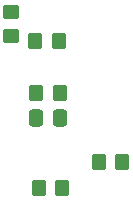
<source format=gbr>
%TF.GenerationSoftware,KiCad,Pcbnew,9.0.2*%
%TF.CreationDate,2025-05-28T14:02:20-07:00*%
%TF.ProjectId,MCU_DSP,4d43555f-4453-4502-9e6b-696361645f70,2.0*%
%TF.SameCoordinates,Original*%
%TF.FileFunction,Paste,Bot*%
%TF.FilePolarity,Positive*%
%FSLAX46Y46*%
G04 Gerber Fmt 4.6, Leading zero omitted, Abs format (unit mm)*
G04 Created by KiCad (PCBNEW 9.0.2) date 2025-05-28 14:02:20*
%MOMM*%
%LPD*%
G01*
G04 APERTURE LIST*
G04 Aperture macros list*
%AMRoundRect*
0 Rectangle with rounded corners*
0 $1 Rounding radius*
0 $2 $3 $4 $5 $6 $7 $8 $9 X,Y pos of 4 corners*
0 Add a 4 corners polygon primitive as box body*
4,1,4,$2,$3,$4,$5,$6,$7,$8,$9,$2,$3,0*
0 Add four circle primitives for the rounded corners*
1,1,$1+$1,$2,$3*
1,1,$1+$1,$4,$5*
1,1,$1+$1,$6,$7*
1,1,$1+$1,$8,$9*
0 Add four rect primitives between the rounded corners*
20,1,$1+$1,$2,$3,$4,$5,0*
20,1,$1+$1,$4,$5,$6,$7,0*
20,1,$1+$1,$6,$7,$8,$9,0*
20,1,$1+$1,$8,$9,$2,$3,0*%
G04 Aperture macros list end*
%ADD10RoundRect,0.250000X-0.350000X-0.450000X0.350000X-0.450000X0.350000X0.450000X-0.350000X0.450000X0*%
%ADD11RoundRect,0.250000X0.350000X0.450000X-0.350000X0.450000X-0.350000X-0.450000X0.350000X-0.450000X0*%
%ADD12RoundRect,0.250000X-0.450000X0.350000X-0.450000X-0.350000X0.450000X-0.350000X0.450000X0.350000X0*%
%ADD13RoundRect,0.250000X-0.337500X-0.475000X0.337500X-0.475000X0.337500X0.475000X-0.337500X0.475000X0*%
G04 APERTURE END LIST*
D10*
%TO.C,R3*%
X199300000Y-154900000D03*
X201300000Y-154900000D03*
%TD*%
D11*
%TO.C,R1*%
X201100000Y-146900000D03*
X199100000Y-146900000D03*
%TD*%
D12*
%TO.C,R4*%
X197000000Y-140000000D03*
X197000000Y-142000000D03*
%TD*%
D10*
%TO.C,R2*%
X199000000Y-142500000D03*
X201000000Y-142500000D03*
%TD*%
D11*
%TO.C,R5*%
X206400000Y-152700000D03*
X204400000Y-152700000D03*
%TD*%
D13*
%TO.C,C6*%
X199062500Y-149000000D03*
X201137500Y-149000000D03*
%TD*%
M02*

</source>
